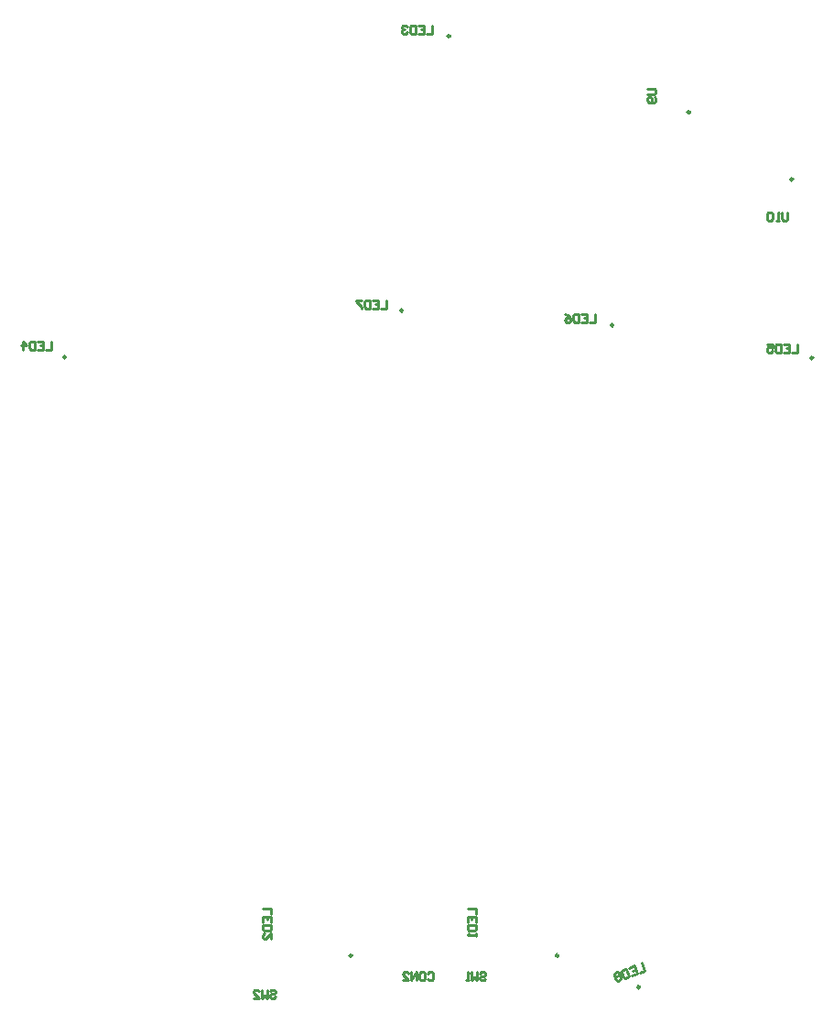
<source format=gbo>
G04 Layer_Color=32896*
%FSLAX24Y24*%
%MOIN*%
G70*
G01*
G75*
%ADD10C,0.0100*%
D10*
X38825Y10957D02*
G03*
X38825Y10957I-50J0D01*
G01*
X30200Y35583D02*
G03*
X30200Y35583I-50J0D01*
G01*
X37866Y35051D02*
G03*
X37866Y35051I-50J0D01*
G01*
X45133Y33854D02*
G03*
X45133Y33854I-50J0D01*
G01*
X17929Y33883D02*
G03*
X17929Y33883I-50J0D01*
G01*
X31918Y45562D02*
G03*
X31918Y45562I-50J0D01*
G01*
X28347Y12099D02*
G03*
X28347Y12099I-50J0D01*
G01*
X35865Y12105D02*
G03*
X35865Y12105I-50J0D01*
G01*
X44400Y40356D02*
G03*
X44400Y40356I-50J0D01*
G01*
X40653Y42795D02*
G03*
X40653Y42795I-50J0D01*
G01*
X25350Y10800D02*
X25400Y10850D01*
X25500D01*
X25550Y10800D01*
Y10750D01*
X25500Y10700D01*
X25400D01*
X25350Y10650D01*
Y10600D01*
X25400Y10550D01*
X25500D01*
X25550Y10600D01*
X25250Y10850D02*
Y10550D01*
X25150Y10650D01*
X25050Y10550D01*
Y10850D01*
X24750Y10550D02*
X24950D01*
X24750Y10750D01*
Y10800D01*
X24800Y10850D01*
X24900D01*
X24950Y10800D01*
X39100Y43650D02*
X39350D01*
X39400Y43600D01*
Y43500D01*
X39350Y43450D01*
X39100D01*
X39350Y43350D02*
X39400Y43300D01*
Y43200D01*
X39350Y43150D01*
X39150D01*
X39100Y43200D01*
Y43300D01*
X39150Y43350D01*
X39200D01*
X39250Y43300D01*
Y43150D01*
X44200Y39150D02*
Y38900D01*
X44150Y38850D01*
X44050D01*
X44000Y38900D01*
Y39150D01*
X43900Y38850D02*
X43800D01*
X43850D01*
Y39150D01*
X43900Y39100D01*
X43650D02*
X43600Y39150D01*
X43500D01*
X43450Y39100D01*
Y38900D01*
X43500Y38850D01*
X43600D01*
X43650Y38900D01*
Y39100D01*
X38897Y11832D02*
X39000Y11550D01*
X38812Y11482D01*
X38428Y11661D02*
X38616Y11729D01*
X38718Y11447D01*
X38530Y11379D01*
X38667Y11588D02*
X38573Y11554D01*
X38334Y11627D02*
X38436Y11345D01*
X38295Y11294D01*
X38231Y11323D01*
X38163Y11511D01*
X38193Y11575D01*
X38334Y11627D01*
X38069Y11477D02*
X38005Y11507D01*
X37911Y11473D01*
X37881Y11409D01*
X37898Y11362D01*
X37962Y11332D01*
X37932Y11268D01*
X37950Y11221D01*
X38014Y11191D01*
X38108Y11225D01*
X38137Y11289D01*
X38120Y11336D01*
X38056Y11366D01*
X38086Y11430D01*
X38069Y11477D01*
X38056Y11366D02*
X37962Y11332D01*
X31100Y11450D02*
X31150Y11500D01*
X31250D01*
X31300Y11450D01*
Y11250D01*
X31250Y11200D01*
X31150D01*
X31100Y11250D01*
X30850Y11500D02*
X30950D01*
X31000Y11450D01*
Y11250D01*
X30950Y11200D01*
X30850D01*
X30800Y11250D01*
Y11450D01*
X30850Y11500D01*
X30700Y11200D02*
Y11500D01*
X30500Y11200D01*
Y11500D01*
X30200Y11200D02*
X30400D01*
X30200Y11400D01*
Y11450D01*
X30250Y11500D01*
X30350D01*
X30400Y11450D01*
X32550Y13800D02*
X32850D01*
Y13600D01*
X32550Y13300D02*
Y13500D01*
X32850D01*
Y13300D01*
X32700Y13500D02*
Y13400D01*
X32550Y13200D02*
X32850D01*
Y13050D01*
X32800Y13000D01*
X32600D01*
X32550Y13050D01*
Y13200D01*
X32850Y12900D02*
Y12800D01*
Y12850D01*
X32550D01*
X32600Y12900D01*
X25100Y13800D02*
X25400D01*
Y13600D01*
X25100Y13300D02*
Y13500D01*
X25400D01*
Y13300D01*
X25250Y13500D02*
Y13400D01*
X25100Y13200D02*
X25400D01*
Y13050D01*
X25350Y13000D01*
X25150D01*
X25100Y13050D01*
Y13200D01*
X25400Y12700D02*
Y12900D01*
X25200Y12700D01*
X25150D01*
X25100Y12750D01*
Y12850D01*
X25150Y12900D01*
X31250Y45950D02*
Y45650D01*
X31050D01*
X30750Y45950D02*
X30950D01*
Y45650D01*
X30750D01*
X30950Y45800D02*
X30850D01*
X30650Y45950D02*
Y45650D01*
X30500D01*
X30450Y45700D01*
Y45900D01*
X30500Y45950D01*
X30650D01*
X30350Y45900D02*
X30300Y45950D01*
X30200D01*
X30150Y45900D01*
Y45850D01*
X30200Y45800D01*
X30250D01*
X30200D01*
X30150Y45750D01*
Y45700D01*
X30200Y45650D01*
X30300D01*
X30350Y45700D01*
X17400Y34450D02*
Y34150D01*
X17200D01*
X16900Y34450D02*
X17100D01*
Y34150D01*
X16900D01*
X17100Y34300D02*
X17000D01*
X16800Y34450D02*
Y34150D01*
X16650D01*
X16600Y34200D01*
Y34400D01*
X16650Y34450D01*
X16800D01*
X16350Y34150D02*
Y34450D01*
X16500Y34300D01*
X16300D01*
X44550Y34350D02*
Y34050D01*
X44350D01*
X44050Y34350D02*
X44250D01*
Y34050D01*
X44050D01*
X44250Y34200D02*
X44150D01*
X43950Y34350D02*
Y34050D01*
X43800D01*
X43750Y34100D01*
Y34300D01*
X43800Y34350D01*
X43950D01*
X43450D02*
X43650D01*
Y34200D01*
X43550Y34250D01*
X43500D01*
X43450Y34200D01*
Y34100D01*
X43500Y34050D01*
X43600D01*
X43650Y34100D01*
X37200Y35450D02*
Y35150D01*
X37000D01*
X36700Y35450D02*
X36900D01*
Y35150D01*
X36700D01*
X36900Y35300D02*
X36800D01*
X36600Y35450D02*
Y35150D01*
X36450D01*
X36400Y35200D01*
Y35400D01*
X36450Y35450D01*
X36600D01*
X36100D02*
X36200Y35400D01*
X36300Y35300D01*
Y35200D01*
X36250Y35150D01*
X36150D01*
X36100Y35200D01*
Y35250D01*
X36150Y35300D01*
X36300D01*
X29600Y35950D02*
Y35650D01*
X29400D01*
X29100Y35950D02*
X29300D01*
Y35650D01*
X29100D01*
X29300Y35800D02*
X29200D01*
X29000Y35950D02*
Y35650D01*
X28850D01*
X28800Y35700D01*
Y35900D01*
X28850Y35950D01*
X29000D01*
X28700D02*
X28500D01*
Y35900D01*
X28700Y35700D01*
Y35650D01*
X33000Y11450D02*
X33050Y11500D01*
X33150D01*
X33200Y11450D01*
Y11400D01*
X33150Y11350D01*
X33050D01*
X33000Y11300D01*
Y11250D01*
X33050Y11200D01*
X33150D01*
X33200Y11250D01*
X32900Y11500D02*
Y11200D01*
X32800Y11300D01*
X32700Y11200D01*
Y11500D01*
X32600Y11200D02*
X32500D01*
X32550D01*
Y11500D01*
X32600Y11450D01*
M02*

</source>
